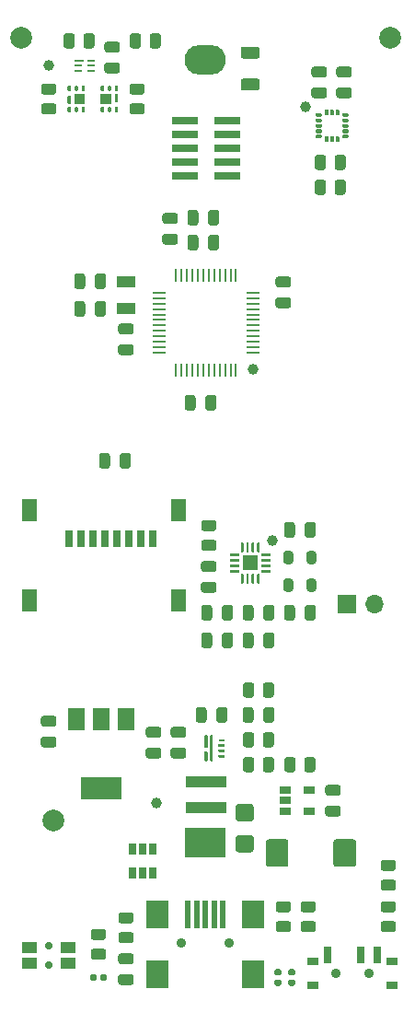
<source format=gts>
G04 #@! TF.GenerationSoftware,KiCad,Pcbnew,5.1.12-84ad8e8a86~92~ubuntu18.04.1*
G04 #@! TF.CreationDate,2023-10-05T13:55:54+02:00*
G04 #@! TF.ProjectId,acoustic-impact-ball,61636f75-7374-4696-932d-696d70616374,rev?*
G04 #@! TF.SameCoordinates,Original*
G04 #@! TF.FileFunction,Soldermask,Top*
G04 #@! TF.FilePolarity,Negative*
%FSLAX46Y46*%
G04 Gerber Fmt 4.6, Leading zero omitted, Abs format (unit mm)*
G04 Created by KiCad (PCBNEW 5.1.12-84ad8e8a86~92~ubuntu18.04.1) date 2023-10-05 13:55:54*
%MOMM*%
%LPD*%
G01*
G04 APERTURE LIST*
%ADD10C,0.700000*%
%ADD11R,1.400000X1.050000*%
%ADD12C,1.000000*%
%ADD13C,2.000000*%
%ADD14R,3.800000X2.700000*%
%ADD15O,3.800000X2.700000*%
%ADD16R,0.650000X1.060000*%
%ADD17R,0.800000X1.500000*%
%ADD18R,1.450000X2.000000*%
%ADD19R,2.400000X0.740000*%
%ADD20R,1.700000X1.700000*%
%ADD21O,1.700000X1.700000*%
%ADD22C,0.900000*%
%ADD23R,0.700000X1.500000*%
%ADD24R,1.000000X0.800000*%
%ADD25R,1.300000X0.250000*%
%ADD26R,0.250000X1.300000*%
%ADD27R,1.450000X1.450000*%
%ADD28R,1.060000X0.650000*%
%ADD29R,3.800000X2.000000*%
%ADD30R,1.500000X2.000000*%
%ADD31R,1.800000X1.000000*%
%ADD32R,0.600000X0.250000*%
%ADD33R,3.700000X0.980000*%
%ADD34R,2.000000X2.500000*%
%ADD35R,0.500000X2.500000*%
%ADD36R,0.850000X0.280000*%
%ADD37R,0.750000X0.280000*%
G04 APERTURE END LIST*
D10*
X4572000Y-87260000D03*
X4572000Y-85460000D03*
D11*
X2772000Y-87085000D03*
X6372000Y-87085000D03*
X6372000Y-85635000D03*
X2772000Y-85635000D03*
D12*
X4572000Y-4572000D03*
X28194000Y-8382000D03*
X23368000Y-32512000D03*
X25146000Y-48260000D03*
X14478000Y-72390000D03*
D13*
X5000000Y-74000000D03*
X36000000Y-2000000D03*
X2000000Y-2000000D03*
D14*
X19000000Y-76000000D03*
D15*
X19000000Y-4000000D03*
G36*
G01*
X17346000Y-19017000D02*
X17346000Y-18067000D01*
G75*
G02*
X17596000Y-17817000I250000J0D01*
G01*
X18096000Y-17817000D01*
G75*
G02*
X18346000Y-18067000I0J-250000D01*
G01*
X18346000Y-19017000D01*
G75*
G02*
X18096000Y-19267000I-250000J0D01*
G01*
X17596000Y-19267000D01*
G75*
G02*
X17346000Y-19017000I0J250000D01*
G01*
G37*
G36*
G01*
X19246000Y-19017000D02*
X19246000Y-18067000D01*
G75*
G02*
X19496000Y-17817000I250000J0D01*
G01*
X19996000Y-17817000D01*
G75*
G02*
X20246000Y-18067000I0J-250000D01*
G01*
X20246000Y-19017000D01*
G75*
G02*
X19996000Y-19267000I-250000J0D01*
G01*
X19496000Y-19267000D01*
G75*
G02*
X19246000Y-19017000I0J250000D01*
G01*
G37*
G36*
G01*
X18992000Y-36035000D02*
X18992000Y-35085000D01*
G75*
G02*
X19242000Y-34835000I250000J0D01*
G01*
X19742000Y-34835000D01*
G75*
G02*
X19992000Y-35085000I0J-250000D01*
G01*
X19992000Y-36035000D01*
G75*
G02*
X19742000Y-36285000I-250000J0D01*
G01*
X19242000Y-36285000D01*
G75*
G02*
X18992000Y-36035000I0J250000D01*
G01*
G37*
G36*
G01*
X17092000Y-36035000D02*
X17092000Y-35085000D01*
G75*
G02*
X17342000Y-34835000I250000J0D01*
G01*
X17842000Y-34835000D01*
G75*
G02*
X18092000Y-35085000I0J-250000D01*
G01*
X18092000Y-36035000D01*
G75*
G02*
X17842000Y-36285000I-250000J0D01*
G01*
X17342000Y-36285000D01*
G75*
G02*
X17092000Y-36035000I0J250000D01*
G01*
G37*
G36*
G01*
X12159000Y-31168000D02*
X11209000Y-31168000D01*
G75*
G02*
X10959000Y-30918000I0J250000D01*
G01*
X10959000Y-30418000D01*
G75*
G02*
X11209000Y-30168000I250000J0D01*
G01*
X12159000Y-30168000D01*
G75*
G02*
X12409000Y-30418000I0J-250000D01*
G01*
X12409000Y-30918000D01*
G75*
G02*
X12159000Y-31168000I-250000J0D01*
G01*
G37*
G36*
G01*
X12159000Y-29268000D02*
X11209000Y-29268000D01*
G75*
G02*
X10959000Y-29018000I0J250000D01*
G01*
X10959000Y-28518000D01*
G75*
G02*
X11209000Y-28268000I250000J0D01*
G01*
X12159000Y-28268000D01*
G75*
G02*
X12409000Y-28518000I0J-250000D01*
G01*
X12409000Y-29018000D01*
G75*
G02*
X12159000Y-29268000I-250000J0D01*
G01*
G37*
G36*
G01*
X25687000Y-25850000D02*
X26637000Y-25850000D01*
G75*
G02*
X26887000Y-26100000I0J-250000D01*
G01*
X26887000Y-26600000D01*
G75*
G02*
X26637000Y-26850000I-250000J0D01*
G01*
X25687000Y-26850000D01*
G75*
G02*
X25437000Y-26600000I0J250000D01*
G01*
X25437000Y-26100000D01*
G75*
G02*
X25687000Y-25850000I250000J0D01*
G01*
G37*
G36*
G01*
X25687000Y-23950000D02*
X26637000Y-23950000D01*
G75*
G02*
X26887000Y-24200000I0J-250000D01*
G01*
X26887000Y-24700000D01*
G75*
G02*
X26637000Y-24950000I-250000J0D01*
G01*
X25687000Y-24950000D01*
G75*
G02*
X25437000Y-24700000I0J250000D01*
G01*
X25437000Y-24200000D01*
G75*
G02*
X25687000Y-23950000I250000J0D01*
G01*
G37*
G36*
G01*
X17346000Y-21303000D02*
X17346000Y-20353000D01*
G75*
G02*
X17596000Y-20103000I250000J0D01*
G01*
X18096000Y-20103000D01*
G75*
G02*
X18346000Y-20353000I0J-250000D01*
G01*
X18346000Y-21303000D01*
G75*
G02*
X18096000Y-21553000I-250000J0D01*
G01*
X17596000Y-21553000D01*
G75*
G02*
X17346000Y-21303000I0J250000D01*
G01*
G37*
G36*
G01*
X19246000Y-21303000D02*
X19246000Y-20353000D01*
G75*
G02*
X19496000Y-20103000I250000J0D01*
G01*
X19996000Y-20103000D01*
G75*
G02*
X20246000Y-20353000I0J-250000D01*
G01*
X20246000Y-21303000D01*
G75*
G02*
X19996000Y-21553000I-250000J0D01*
G01*
X19496000Y-21553000D01*
G75*
G02*
X19246000Y-21303000I0J250000D01*
G01*
G37*
G36*
G01*
X16223000Y-19108000D02*
X15273000Y-19108000D01*
G75*
G02*
X15023000Y-18858000I0J250000D01*
G01*
X15023000Y-18358000D01*
G75*
G02*
X15273000Y-18108000I250000J0D01*
G01*
X16223000Y-18108000D01*
G75*
G02*
X16473000Y-18358000I0J-250000D01*
G01*
X16473000Y-18858000D01*
G75*
G02*
X16223000Y-19108000I-250000J0D01*
G01*
G37*
G36*
G01*
X16223000Y-21008000D02*
X15273000Y-21008000D01*
G75*
G02*
X15023000Y-20758000I0J250000D01*
G01*
X15023000Y-20258000D01*
G75*
G02*
X15273000Y-20008000I250000J0D01*
G01*
X16223000Y-20008000D01*
G75*
G02*
X16473000Y-20258000I0J-250000D01*
G01*
X16473000Y-20758000D01*
G75*
G02*
X16223000Y-21008000I-250000J0D01*
G01*
G37*
G36*
G01*
X29939000Y-7546000D02*
X28989000Y-7546000D01*
G75*
G02*
X28739000Y-7296000I0J250000D01*
G01*
X28739000Y-6796000D01*
G75*
G02*
X28989000Y-6546000I250000J0D01*
G01*
X29939000Y-6546000D01*
G75*
G02*
X30189000Y-6796000I0J-250000D01*
G01*
X30189000Y-7296000D01*
G75*
G02*
X29939000Y-7546000I-250000J0D01*
G01*
G37*
G36*
G01*
X29939000Y-5646000D02*
X28989000Y-5646000D01*
G75*
G02*
X28739000Y-5396000I0J250000D01*
G01*
X28739000Y-4896000D01*
G75*
G02*
X28989000Y-4646000I250000J0D01*
G01*
X29939000Y-4646000D01*
G75*
G02*
X30189000Y-4896000I0J-250000D01*
G01*
X30189000Y-5396000D01*
G75*
G02*
X29939000Y-5646000I-250000J0D01*
G01*
G37*
G36*
G01*
X32225000Y-5646000D02*
X31275000Y-5646000D01*
G75*
G02*
X31025000Y-5396000I0J250000D01*
G01*
X31025000Y-4896000D01*
G75*
G02*
X31275000Y-4646000I250000J0D01*
G01*
X32225000Y-4646000D01*
G75*
G02*
X32475000Y-4896000I0J-250000D01*
G01*
X32475000Y-5396000D01*
G75*
G02*
X32225000Y-5646000I-250000J0D01*
G01*
G37*
G36*
G01*
X32225000Y-7546000D02*
X31275000Y-7546000D01*
G75*
G02*
X31025000Y-7296000I0J250000D01*
G01*
X31025000Y-6796000D01*
G75*
G02*
X31275000Y-6546000I250000J0D01*
G01*
X32225000Y-6546000D01*
G75*
G02*
X32475000Y-6796000I0J-250000D01*
G01*
X32475000Y-7296000D01*
G75*
G02*
X32225000Y-7546000I-250000J0D01*
G01*
G37*
G36*
G01*
X8832000Y-24859000D02*
X8832000Y-23909000D01*
G75*
G02*
X9082000Y-23659000I250000J0D01*
G01*
X9582000Y-23659000D01*
G75*
G02*
X9832000Y-23909000I0J-250000D01*
G01*
X9832000Y-24859000D01*
G75*
G02*
X9582000Y-25109000I-250000J0D01*
G01*
X9082000Y-25109000D01*
G75*
G02*
X8832000Y-24859000I0J250000D01*
G01*
G37*
G36*
G01*
X6932000Y-24859000D02*
X6932000Y-23909000D01*
G75*
G02*
X7182000Y-23659000I250000J0D01*
G01*
X7682000Y-23659000D01*
G75*
G02*
X7932000Y-23909000I0J-250000D01*
G01*
X7932000Y-24859000D01*
G75*
G02*
X7682000Y-25109000I-250000J0D01*
G01*
X7182000Y-25109000D01*
G75*
G02*
X6932000Y-24859000I0J250000D01*
G01*
G37*
G36*
G01*
X6932000Y-27399000D02*
X6932000Y-26449000D01*
G75*
G02*
X7182000Y-26199000I250000J0D01*
G01*
X7682000Y-26199000D01*
G75*
G02*
X7932000Y-26449000I0J-250000D01*
G01*
X7932000Y-27399000D01*
G75*
G02*
X7682000Y-27649000I-250000J0D01*
G01*
X7182000Y-27649000D01*
G75*
G02*
X6932000Y-27399000I0J250000D01*
G01*
G37*
G36*
G01*
X8832000Y-27399000D02*
X8832000Y-26449000D01*
G75*
G02*
X9082000Y-26199000I250000J0D01*
G01*
X9582000Y-26199000D01*
G75*
G02*
X9832000Y-26449000I0J-250000D01*
G01*
X9832000Y-27399000D01*
G75*
G02*
X9582000Y-27649000I-250000J0D01*
G01*
X9082000Y-27649000D01*
G75*
G02*
X8832000Y-27399000I0J250000D01*
G01*
G37*
G36*
G01*
X9218000Y-41369000D02*
X9218000Y-40419000D01*
G75*
G02*
X9468000Y-40169000I250000J0D01*
G01*
X9968000Y-40169000D01*
G75*
G02*
X10218000Y-40419000I0J-250000D01*
G01*
X10218000Y-41369000D01*
G75*
G02*
X9968000Y-41619000I-250000J0D01*
G01*
X9468000Y-41619000D01*
G75*
G02*
X9218000Y-41369000I0J250000D01*
G01*
G37*
G36*
G01*
X11118000Y-41369000D02*
X11118000Y-40419000D01*
G75*
G02*
X11368000Y-40169000I250000J0D01*
G01*
X11868000Y-40169000D01*
G75*
G02*
X12118000Y-40419000I0J-250000D01*
G01*
X12118000Y-41369000D01*
G75*
G02*
X11868000Y-41619000I-250000J0D01*
G01*
X11368000Y-41619000D01*
G75*
G02*
X11118000Y-41369000I0J250000D01*
G01*
G37*
G36*
G01*
X19779000Y-51112000D02*
X18829000Y-51112000D01*
G75*
G02*
X18579000Y-50862000I0J250000D01*
G01*
X18579000Y-50362000D01*
G75*
G02*
X18829000Y-50112000I250000J0D01*
G01*
X19779000Y-50112000D01*
G75*
G02*
X20029000Y-50362000I0J-250000D01*
G01*
X20029000Y-50862000D01*
G75*
G02*
X19779000Y-51112000I-250000J0D01*
G01*
G37*
G36*
G01*
X19779000Y-53012000D02*
X18829000Y-53012000D01*
G75*
G02*
X18579000Y-52762000I0J250000D01*
G01*
X18579000Y-52262000D01*
G75*
G02*
X18829000Y-52012000I250000J0D01*
G01*
X19779000Y-52012000D01*
G75*
G02*
X20029000Y-52262000I0J-250000D01*
G01*
X20029000Y-52762000D01*
G75*
G02*
X19779000Y-53012000I-250000J0D01*
G01*
G37*
G36*
G01*
X24326000Y-55339000D02*
X24326000Y-54389000D01*
G75*
G02*
X24576000Y-54139000I250000J0D01*
G01*
X25076000Y-54139000D01*
G75*
G02*
X25326000Y-54389000I0J-250000D01*
G01*
X25326000Y-55339000D01*
G75*
G02*
X25076000Y-55589000I-250000J0D01*
G01*
X24576000Y-55589000D01*
G75*
G02*
X24326000Y-55339000I0J250000D01*
G01*
G37*
G36*
G01*
X22426000Y-55339000D02*
X22426000Y-54389000D01*
G75*
G02*
X22676000Y-54139000I250000J0D01*
G01*
X23176000Y-54139000D01*
G75*
G02*
X23426000Y-54389000I0J-250000D01*
G01*
X23426000Y-55339000D01*
G75*
G02*
X23176000Y-55589000I-250000J0D01*
G01*
X22676000Y-55589000D01*
G75*
G02*
X22426000Y-55339000I0J250000D01*
G01*
G37*
G36*
G01*
X21516000Y-54389000D02*
X21516000Y-55339000D01*
G75*
G02*
X21266000Y-55589000I-250000J0D01*
G01*
X20766000Y-55589000D01*
G75*
G02*
X20516000Y-55339000I0J250000D01*
G01*
X20516000Y-54389000D01*
G75*
G02*
X20766000Y-54139000I250000J0D01*
G01*
X21266000Y-54139000D01*
G75*
G02*
X21516000Y-54389000I0J-250000D01*
G01*
G37*
G36*
G01*
X19616000Y-54389000D02*
X19616000Y-55339000D01*
G75*
G02*
X19366000Y-55589000I-250000J0D01*
G01*
X18866000Y-55589000D01*
G75*
G02*
X18616000Y-55339000I0J250000D01*
G01*
X18616000Y-54389000D01*
G75*
G02*
X18866000Y-54139000I250000J0D01*
G01*
X19366000Y-54139000D01*
G75*
G02*
X19616000Y-54389000I0J-250000D01*
G01*
G37*
G36*
G01*
X27236000Y-54389000D02*
X27236000Y-55339000D01*
G75*
G02*
X26986000Y-55589000I-250000J0D01*
G01*
X26486000Y-55589000D01*
G75*
G02*
X26236000Y-55339000I0J250000D01*
G01*
X26236000Y-54389000D01*
G75*
G02*
X26486000Y-54139000I250000J0D01*
G01*
X26986000Y-54139000D01*
G75*
G02*
X27236000Y-54389000I0J-250000D01*
G01*
G37*
G36*
G01*
X29136000Y-54389000D02*
X29136000Y-55339000D01*
G75*
G02*
X28886000Y-55589000I-250000J0D01*
G01*
X28386000Y-55589000D01*
G75*
G02*
X28136000Y-55339000I0J250000D01*
G01*
X28136000Y-54389000D01*
G75*
G02*
X28386000Y-54139000I250000J0D01*
G01*
X28886000Y-54139000D01*
G75*
G02*
X29136000Y-54389000I0J-250000D01*
G01*
G37*
G36*
G01*
X29136000Y-46769000D02*
X29136000Y-47719000D01*
G75*
G02*
X28886000Y-47969000I-250000J0D01*
G01*
X28386000Y-47969000D01*
G75*
G02*
X28136000Y-47719000I0J250000D01*
G01*
X28136000Y-46769000D01*
G75*
G02*
X28386000Y-46519000I250000J0D01*
G01*
X28886000Y-46519000D01*
G75*
G02*
X29136000Y-46769000I0J-250000D01*
G01*
G37*
G36*
G01*
X27236000Y-46769000D02*
X27236000Y-47719000D01*
G75*
G02*
X26986000Y-47969000I-250000J0D01*
G01*
X26486000Y-47969000D01*
G75*
G02*
X26236000Y-47719000I0J250000D01*
G01*
X26236000Y-46769000D01*
G75*
G02*
X26486000Y-46519000I250000J0D01*
G01*
X26986000Y-46519000D01*
G75*
G02*
X27236000Y-46769000I0J-250000D01*
G01*
G37*
G36*
G01*
X31209000Y-71686000D02*
X30259000Y-71686000D01*
G75*
G02*
X30009000Y-71436000I0J250000D01*
G01*
X30009000Y-70936000D01*
G75*
G02*
X30259000Y-70686000I250000J0D01*
G01*
X31209000Y-70686000D01*
G75*
G02*
X31459000Y-70936000I0J-250000D01*
G01*
X31459000Y-71436000D01*
G75*
G02*
X31209000Y-71686000I-250000J0D01*
G01*
G37*
G36*
G01*
X31209000Y-73586000D02*
X30259000Y-73586000D01*
G75*
G02*
X30009000Y-73336000I0J250000D01*
G01*
X30009000Y-72836000D01*
G75*
G02*
X30259000Y-72586000I250000J0D01*
G01*
X31209000Y-72586000D01*
G75*
G02*
X31459000Y-72836000I0J-250000D01*
G01*
X31459000Y-73336000D01*
G75*
G02*
X31209000Y-73586000I-250000J0D01*
G01*
G37*
G36*
G01*
X19108000Y-63787000D02*
X19108000Y-64737000D01*
G75*
G02*
X18858000Y-64987000I-250000J0D01*
G01*
X18358000Y-64987000D01*
G75*
G02*
X18108000Y-64737000I0J250000D01*
G01*
X18108000Y-63787000D01*
G75*
G02*
X18358000Y-63537000I250000J0D01*
G01*
X18858000Y-63537000D01*
G75*
G02*
X19108000Y-63787000I0J-250000D01*
G01*
G37*
G36*
G01*
X21008000Y-63787000D02*
X21008000Y-64737000D01*
G75*
G02*
X20758000Y-64987000I-250000J0D01*
G01*
X20258000Y-64987000D01*
G75*
G02*
X20008000Y-64737000I0J250000D01*
G01*
X20008000Y-63787000D01*
G75*
G02*
X20258000Y-63537000I250000J0D01*
G01*
X20758000Y-63537000D01*
G75*
G02*
X21008000Y-63787000I0J-250000D01*
G01*
G37*
G36*
G01*
X4097000Y-64336000D02*
X5047000Y-64336000D01*
G75*
G02*
X5297000Y-64586000I0J-250000D01*
G01*
X5297000Y-65086000D01*
G75*
G02*
X5047000Y-65336000I-250000J0D01*
G01*
X4097000Y-65336000D01*
G75*
G02*
X3847000Y-65086000I0J250000D01*
G01*
X3847000Y-64586000D01*
G75*
G02*
X4097000Y-64336000I250000J0D01*
G01*
G37*
G36*
G01*
X4097000Y-66236000D02*
X5047000Y-66236000D01*
G75*
G02*
X5297000Y-66486000I0J-250000D01*
G01*
X5297000Y-66986000D01*
G75*
G02*
X5047000Y-67236000I-250000J0D01*
G01*
X4097000Y-67236000D01*
G75*
G02*
X3847000Y-66986000I0J250000D01*
G01*
X3847000Y-66486000D01*
G75*
G02*
X4097000Y-66236000I250000J0D01*
G01*
G37*
G36*
G01*
X12159000Y-89080000D02*
X11209000Y-89080000D01*
G75*
G02*
X10959000Y-88830000I0J250000D01*
G01*
X10959000Y-88330000D01*
G75*
G02*
X11209000Y-88080000I250000J0D01*
G01*
X12159000Y-88080000D01*
G75*
G02*
X12409000Y-88330000I0J-250000D01*
G01*
X12409000Y-88830000D01*
G75*
G02*
X12159000Y-89080000I-250000J0D01*
G01*
G37*
G36*
G01*
X12159000Y-87180000D02*
X11209000Y-87180000D01*
G75*
G02*
X10959000Y-86930000I0J250000D01*
G01*
X10959000Y-86430000D01*
G75*
G02*
X11209000Y-86180000I250000J0D01*
G01*
X12159000Y-86180000D01*
G75*
G02*
X12409000Y-86430000I0J-250000D01*
G01*
X12409000Y-86930000D01*
G75*
G02*
X12159000Y-87180000I-250000J0D01*
G01*
G37*
G36*
G01*
X9939000Y-2360000D02*
X10889000Y-2360000D01*
G75*
G02*
X11139000Y-2610000I0J-250000D01*
G01*
X11139000Y-3110000D01*
G75*
G02*
X10889000Y-3360000I-250000J0D01*
G01*
X9939000Y-3360000D01*
G75*
G02*
X9689000Y-3110000I0J250000D01*
G01*
X9689000Y-2610000D01*
G75*
G02*
X9939000Y-2360000I250000J0D01*
G01*
G37*
G36*
G01*
X9939000Y-4260000D02*
X10889000Y-4260000D01*
G75*
G02*
X11139000Y-4510000I0J-250000D01*
G01*
X11139000Y-5010000D01*
G75*
G02*
X10889000Y-5260000I-250000J0D01*
G01*
X9939000Y-5260000D01*
G75*
G02*
X9689000Y-5010000I0J250000D01*
G01*
X9689000Y-4510000D01*
G75*
G02*
X9939000Y-4260000I250000J0D01*
G01*
G37*
D16*
X12258000Y-78824000D03*
X13208000Y-78824000D03*
X14158000Y-78824000D03*
X14158000Y-76624000D03*
X12258000Y-76624000D03*
X13208000Y-76624000D03*
G36*
G01*
X22031000Y-72451000D02*
X23181000Y-72451000D01*
G75*
G02*
X23431000Y-72701000I0J-250000D01*
G01*
X23431000Y-73801000D01*
G75*
G02*
X23181000Y-74051000I-250000J0D01*
G01*
X22031000Y-74051000D01*
G75*
G02*
X21781000Y-73801000I0J250000D01*
G01*
X21781000Y-72701000D01*
G75*
G02*
X22031000Y-72451000I250000J0D01*
G01*
G37*
G36*
G01*
X22031000Y-75301000D02*
X23181000Y-75301000D01*
G75*
G02*
X23431000Y-75551000I0J-250000D01*
G01*
X23431000Y-76651000D01*
G75*
G02*
X23181000Y-76901000I-250000J0D01*
G01*
X22031000Y-76901000D01*
G75*
G02*
X21781000Y-76651000I0J250000D01*
G01*
X21781000Y-75551000D01*
G75*
G02*
X22031000Y-75301000I250000J0D01*
G01*
G37*
D17*
X6452000Y-48018000D03*
X7552000Y-48018000D03*
X8652000Y-48018000D03*
X9752000Y-48018000D03*
X10852000Y-48018000D03*
X11952000Y-48018000D03*
X13052000Y-48018000D03*
X14152000Y-48018000D03*
D18*
X2777000Y-45418000D03*
X2777000Y-53718000D03*
X16527000Y-45418000D03*
X16527000Y-53718000D03*
D19*
X21000000Y-14732000D03*
X17100000Y-14732000D03*
X21000000Y-13462000D03*
X17100000Y-13462000D03*
X21000000Y-12192000D03*
X17100000Y-12192000D03*
X21000000Y-10922000D03*
X17100000Y-10922000D03*
X21000000Y-9652000D03*
X17100000Y-9652000D03*
G36*
G01*
X26186000Y-52705250D02*
X26186000Y-51942750D01*
G75*
G02*
X26404750Y-51724000I218750J0D01*
G01*
X26842250Y-51724000D01*
G75*
G02*
X27061000Y-51942750I0J-218750D01*
G01*
X27061000Y-52705250D01*
G75*
G02*
X26842250Y-52924000I-218750J0D01*
G01*
X26404750Y-52924000D01*
G75*
G02*
X26186000Y-52705250I0J218750D01*
G01*
G37*
G36*
G01*
X28311000Y-52705250D02*
X28311000Y-51942750D01*
G75*
G02*
X28529750Y-51724000I218750J0D01*
G01*
X28967250Y-51724000D01*
G75*
G02*
X29186000Y-51942750I0J-218750D01*
G01*
X29186000Y-52705250D01*
G75*
G02*
X28967250Y-52924000I-218750J0D01*
G01*
X28529750Y-52924000D01*
G75*
G02*
X28311000Y-52705250I0J218750D01*
G01*
G37*
G36*
G01*
X28311000Y-50165250D02*
X28311000Y-49402750D01*
G75*
G02*
X28529750Y-49184000I218750J0D01*
G01*
X28967250Y-49184000D01*
G75*
G02*
X29186000Y-49402750I0J-218750D01*
G01*
X29186000Y-50165250D01*
G75*
G02*
X28967250Y-50384000I-218750J0D01*
G01*
X28529750Y-50384000D01*
G75*
G02*
X28311000Y-50165250I0J218750D01*
G01*
G37*
G36*
G01*
X26186000Y-50165250D02*
X26186000Y-49402750D01*
G75*
G02*
X26404750Y-49184000I218750J0D01*
G01*
X26842250Y-49184000D01*
G75*
G02*
X27061000Y-49402750I0J-218750D01*
G01*
X27061000Y-50165250D01*
G75*
G02*
X26842250Y-50384000I-218750J0D01*
G01*
X26404750Y-50384000D01*
G75*
G02*
X26186000Y-50165250I0J218750D01*
G01*
G37*
D20*
X32004000Y-54102000D03*
D21*
X34544000Y-54102000D03*
G36*
G01*
X31905000Y-13011998D02*
X31905000Y-13912002D01*
G75*
G02*
X31655002Y-14162000I-249998J0D01*
G01*
X31129998Y-14162000D01*
G75*
G02*
X30880000Y-13912002I0J249998D01*
G01*
X30880000Y-13011998D01*
G75*
G02*
X31129998Y-12762000I249998J0D01*
G01*
X31655002Y-12762000D01*
G75*
G02*
X31905000Y-13011998I0J-249998D01*
G01*
G37*
G36*
G01*
X30080000Y-13011998D02*
X30080000Y-13912002D01*
G75*
G02*
X29830002Y-14162000I-249998J0D01*
G01*
X29304998Y-14162000D01*
G75*
G02*
X29055000Y-13912002I0J249998D01*
G01*
X29055000Y-13011998D01*
G75*
G02*
X29304998Y-12762000I249998J0D01*
G01*
X29830002Y-12762000D01*
G75*
G02*
X30080000Y-13011998I0J-249998D01*
G01*
G37*
G36*
G01*
X30080000Y-15297998D02*
X30080000Y-16198002D01*
G75*
G02*
X29830002Y-16448000I-249998J0D01*
G01*
X29304998Y-16448000D01*
G75*
G02*
X29055000Y-16198002I0J249998D01*
G01*
X29055000Y-15297998D01*
G75*
G02*
X29304998Y-15048000I249998J0D01*
G01*
X29830002Y-15048000D01*
G75*
G02*
X30080000Y-15297998I0J-249998D01*
G01*
G37*
G36*
G01*
X31905000Y-15297998D02*
X31905000Y-16198002D01*
G75*
G02*
X31655002Y-16448000I-249998J0D01*
G01*
X31129998Y-16448000D01*
G75*
G02*
X30880000Y-16198002I0J249998D01*
G01*
X30880000Y-15297998D01*
G75*
G02*
X31129998Y-15048000I249998J0D01*
G01*
X31655002Y-15048000D01*
G75*
G02*
X31905000Y-15297998I0J-249998D01*
G01*
G37*
G36*
G01*
X19754002Y-47352000D02*
X18853998Y-47352000D01*
G75*
G02*
X18604000Y-47102002I0J249998D01*
G01*
X18604000Y-46576998D01*
G75*
G02*
X18853998Y-46327000I249998J0D01*
G01*
X19754002Y-46327000D01*
G75*
G02*
X20004000Y-46576998I0J-249998D01*
G01*
X20004000Y-47102002D01*
G75*
G02*
X19754002Y-47352000I-249998J0D01*
G01*
G37*
G36*
G01*
X19754002Y-49177000D02*
X18853998Y-49177000D01*
G75*
G02*
X18604000Y-48927002I0J249998D01*
G01*
X18604000Y-48401998D01*
G75*
G02*
X18853998Y-48152000I249998J0D01*
G01*
X19754002Y-48152000D01*
G75*
G02*
X20004000Y-48401998I0J-249998D01*
G01*
X20004000Y-48927002D01*
G75*
G02*
X19754002Y-49177000I-249998J0D01*
G01*
G37*
G36*
G01*
X25711998Y-81379000D02*
X26612002Y-81379000D01*
G75*
G02*
X26862000Y-81628998I0J-249998D01*
G01*
X26862000Y-82154002D01*
G75*
G02*
X26612002Y-82404000I-249998J0D01*
G01*
X25711998Y-82404000D01*
G75*
G02*
X25462000Y-82154002I0J249998D01*
G01*
X25462000Y-81628998D01*
G75*
G02*
X25711998Y-81379000I249998J0D01*
G01*
G37*
G36*
G01*
X25711998Y-83204000D02*
X26612002Y-83204000D01*
G75*
G02*
X26862000Y-83453998I0J-249998D01*
G01*
X26862000Y-83979002D01*
G75*
G02*
X26612002Y-84229000I-249998J0D01*
G01*
X25711998Y-84229000D01*
G75*
G02*
X25462000Y-83979002I0J249998D01*
G01*
X25462000Y-83453998D01*
G75*
G02*
X25711998Y-83204000I249998J0D01*
G01*
G37*
G36*
G01*
X8693998Y-83919000D02*
X9594002Y-83919000D01*
G75*
G02*
X9844000Y-84168998I0J-249998D01*
G01*
X9844000Y-84694002D01*
G75*
G02*
X9594002Y-84944000I-249998J0D01*
G01*
X8693998Y-84944000D01*
G75*
G02*
X8444000Y-84694002I0J249998D01*
G01*
X8444000Y-84168998D01*
G75*
G02*
X8693998Y-83919000I249998J0D01*
G01*
G37*
G36*
G01*
X8693998Y-85744000D02*
X9594002Y-85744000D01*
G75*
G02*
X9844000Y-85993998I0J-249998D01*
G01*
X9844000Y-86519002D01*
G75*
G02*
X9594002Y-86769000I-249998J0D01*
G01*
X8693998Y-86769000D01*
G75*
G02*
X8444000Y-86519002I0J249998D01*
G01*
X8444000Y-85993998D01*
G75*
G02*
X8693998Y-85744000I249998J0D01*
G01*
G37*
G36*
G01*
X23476000Y-66097998D02*
X23476000Y-66998002D01*
G75*
G02*
X23226002Y-67248000I-249998J0D01*
G01*
X22700998Y-67248000D01*
G75*
G02*
X22451000Y-66998002I0J249998D01*
G01*
X22451000Y-66097998D01*
G75*
G02*
X22700998Y-65848000I249998J0D01*
G01*
X23226002Y-65848000D01*
G75*
G02*
X23476000Y-66097998I0J-249998D01*
G01*
G37*
G36*
G01*
X25301000Y-66097998D02*
X25301000Y-66998002D01*
G75*
G02*
X25051002Y-67248000I-249998J0D01*
G01*
X24525998Y-67248000D01*
G75*
G02*
X24276000Y-66998002I0J249998D01*
G01*
X24276000Y-66097998D01*
G75*
G02*
X24525998Y-65848000I249998J0D01*
G01*
X25051002Y-65848000D01*
G75*
G02*
X25301000Y-66097998I0J-249998D01*
G01*
G37*
G36*
G01*
X29111000Y-68383998D02*
X29111000Y-69284002D01*
G75*
G02*
X28861002Y-69534000I-249998J0D01*
G01*
X28335998Y-69534000D01*
G75*
G02*
X28086000Y-69284002I0J249998D01*
G01*
X28086000Y-68383998D01*
G75*
G02*
X28335998Y-68134000I249998J0D01*
G01*
X28861002Y-68134000D01*
G75*
G02*
X29111000Y-68383998I0J-249998D01*
G01*
G37*
G36*
G01*
X27286000Y-68384100D02*
X27286000Y-69283900D01*
G75*
G02*
X27035900Y-69534000I-250100J0D01*
G01*
X26511100Y-69534000D01*
G75*
G02*
X26261000Y-69283900I0J250100D01*
G01*
X26261000Y-68384100D01*
G75*
G02*
X26511100Y-68134000I250100J0D01*
G01*
X27035900Y-68134000D01*
G75*
G02*
X27286000Y-68384100I0J-250100D01*
G01*
G37*
G36*
G01*
X24276000Y-62426002D02*
X24276000Y-61525998D01*
G75*
G02*
X24525998Y-61276000I249998J0D01*
G01*
X25051002Y-61276000D01*
G75*
G02*
X25301000Y-61525998I0J-249998D01*
G01*
X25301000Y-62426002D01*
G75*
G02*
X25051002Y-62676000I-249998J0D01*
G01*
X24525998Y-62676000D01*
G75*
G02*
X24276000Y-62426002I0J249998D01*
G01*
G37*
G36*
G01*
X22451000Y-62426002D02*
X22451000Y-61525998D01*
G75*
G02*
X22700998Y-61276000I249998J0D01*
G01*
X23226002Y-61276000D01*
G75*
G02*
X23476000Y-61525998I0J-249998D01*
G01*
X23476000Y-62426002D01*
G75*
G02*
X23226002Y-62676000I-249998J0D01*
G01*
X22700998Y-62676000D01*
G75*
G02*
X22451000Y-62426002I0J249998D01*
G01*
G37*
G36*
G01*
X22451000Y-69284002D02*
X22451000Y-68383998D01*
G75*
G02*
X22700998Y-68134000I249998J0D01*
G01*
X23226002Y-68134000D01*
G75*
G02*
X23476000Y-68383998I0J-249998D01*
G01*
X23476000Y-69284002D01*
G75*
G02*
X23226002Y-69534000I-249998J0D01*
G01*
X22700998Y-69534000D01*
G75*
G02*
X22451000Y-69284002I0J249998D01*
G01*
G37*
G36*
G01*
X24276000Y-69283900D02*
X24276000Y-68384100D01*
G75*
G02*
X24526100Y-68134000I250100J0D01*
G01*
X25050900Y-68134000D01*
G75*
G02*
X25301000Y-68384100I0J-250100D01*
G01*
X25301000Y-69283900D01*
G75*
G02*
X25050900Y-69534000I-250100J0D01*
G01*
X24526100Y-69534000D01*
G75*
G02*
X24276000Y-69283900I0J250100D01*
G01*
G37*
G36*
G01*
X36264002Y-84229000D02*
X35363998Y-84229000D01*
G75*
G02*
X35114000Y-83979002I0J249998D01*
G01*
X35114000Y-83453998D01*
G75*
G02*
X35363998Y-83204000I249998J0D01*
G01*
X36264002Y-83204000D01*
G75*
G02*
X36514000Y-83453998I0J-249998D01*
G01*
X36514000Y-83979002D01*
G75*
G02*
X36264002Y-84229000I-249998J0D01*
G01*
G37*
G36*
G01*
X36264002Y-82404000D02*
X35363998Y-82404000D01*
G75*
G02*
X35114000Y-82154002I0J249998D01*
G01*
X35114000Y-81628998D01*
G75*
G02*
X35363998Y-81379000I249998J0D01*
G01*
X36264002Y-81379000D01*
G75*
G02*
X36514000Y-81628998I0J-249998D01*
G01*
X36514000Y-82154002D01*
G75*
G02*
X36264002Y-82404000I-249998J0D01*
G01*
G37*
G36*
G01*
X11233998Y-84220000D02*
X12134002Y-84220000D01*
G75*
G02*
X12384000Y-84469998I0J-249998D01*
G01*
X12384000Y-84995002D01*
G75*
G02*
X12134002Y-85245000I-249998J0D01*
G01*
X11233998Y-85245000D01*
G75*
G02*
X10984000Y-84995002I0J249998D01*
G01*
X10984000Y-84469998D01*
G75*
G02*
X11233998Y-84220000I249998J0D01*
G01*
G37*
G36*
G01*
X11233998Y-82395000D02*
X12134002Y-82395000D01*
G75*
G02*
X12384000Y-82644998I0J-249998D01*
G01*
X12384000Y-83170002D01*
G75*
G02*
X12134002Y-83420000I-249998J0D01*
G01*
X11233998Y-83420000D01*
G75*
G02*
X10984000Y-83170002I0J249998D01*
G01*
X10984000Y-82644998D01*
G75*
G02*
X11233998Y-82395000I249998J0D01*
G01*
G37*
G36*
G01*
X36264002Y-78594000D02*
X35363998Y-78594000D01*
G75*
G02*
X35114000Y-78344002I0J249998D01*
G01*
X35114000Y-77818998D01*
G75*
G02*
X35363998Y-77569000I249998J0D01*
G01*
X36264002Y-77569000D01*
G75*
G02*
X36514000Y-77818998I0J-249998D01*
G01*
X36514000Y-78344002D01*
G75*
G02*
X36264002Y-78594000I-249998J0D01*
G01*
G37*
G36*
G01*
X36264002Y-80419000D02*
X35363998Y-80419000D01*
G75*
G02*
X35114000Y-80169002I0J249998D01*
G01*
X35114000Y-79643998D01*
G75*
G02*
X35363998Y-79394000I249998J0D01*
G01*
X36264002Y-79394000D01*
G75*
G02*
X36514000Y-79643998I0J-249998D01*
G01*
X36514000Y-80169002D01*
G75*
G02*
X36264002Y-80419000I-249998J0D01*
G01*
G37*
G36*
G01*
X14887000Y-1835998D02*
X14887000Y-2736002D01*
G75*
G02*
X14637002Y-2986000I-249998J0D01*
G01*
X14111998Y-2986000D01*
G75*
G02*
X13862000Y-2736002I0J249998D01*
G01*
X13862000Y-1835998D01*
G75*
G02*
X14111998Y-1586000I249998J0D01*
G01*
X14637002Y-1586000D01*
G75*
G02*
X14887000Y-1835998I0J-249998D01*
G01*
G37*
G36*
G01*
X13062000Y-1835998D02*
X13062000Y-2736002D01*
G75*
G02*
X12812002Y-2986000I-249998J0D01*
G01*
X12286998Y-2986000D01*
G75*
G02*
X12037000Y-2736002I0J249998D01*
G01*
X12037000Y-1835998D01*
G75*
G02*
X12286998Y-1586000I249998J0D01*
G01*
X12812002Y-1586000D01*
G75*
G02*
X13062000Y-1835998I0J-249998D01*
G01*
G37*
G36*
G01*
X8791000Y-1835998D02*
X8791000Y-2736002D01*
G75*
G02*
X8541002Y-2986000I-249998J0D01*
G01*
X8015998Y-2986000D01*
G75*
G02*
X7766000Y-2736002I0J249998D01*
G01*
X7766000Y-1835998D01*
G75*
G02*
X8015998Y-1586000I249998J0D01*
G01*
X8541002Y-1586000D01*
G75*
G02*
X8791000Y-1835998I0J-249998D01*
G01*
G37*
G36*
G01*
X6966000Y-1835998D02*
X6966000Y-2736002D01*
G75*
G02*
X6716002Y-2986000I-249998J0D01*
G01*
X6190998Y-2986000D01*
G75*
G02*
X5941000Y-2736002I0J249998D01*
G01*
X5941000Y-1835998D01*
G75*
G02*
X6190998Y-1586000I249998J0D01*
G01*
X6716002Y-1586000D01*
G75*
G02*
X6966000Y-1835998I0J-249998D01*
G01*
G37*
D22*
X31012000Y-88054000D03*
X34012000Y-88054000D03*
D23*
X30262000Y-86294000D03*
X33262000Y-86294000D03*
X34762000Y-86294000D03*
D24*
X28862000Y-89154000D03*
X36162000Y-89154000D03*
X36162000Y-86944000D03*
X28862000Y-86944000D03*
G36*
G01*
X29137000Y-9174500D02*
X29137000Y-8999500D01*
G75*
G02*
X29224500Y-8912000I87500J0D01*
G01*
X29599500Y-8912000D01*
G75*
G02*
X29687000Y-8999500I0J-87500D01*
G01*
X29687000Y-9174500D01*
G75*
G02*
X29599500Y-9262000I-87500J0D01*
G01*
X29224500Y-9262000D01*
G75*
G02*
X29137000Y-9174500I0J87500D01*
G01*
G37*
G36*
G01*
X29137000Y-9674500D02*
X29137000Y-9499500D01*
G75*
G02*
X29224500Y-9412000I87500J0D01*
G01*
X29599500Y-9412000D01*
G75*
G02*
X29687000Y-9499500I0J-87500D01*
G01*
X29687000Y-9674500D01*
G75*
G02*
X29599500Y-9762000I-87500J0D01*
G01*
X29224500Y-9762000D01*
G75*
G02*
X29137000Y-9674500I0J87500D01*
G01*
G37*
G36*
G01*
X29137000Y-10174500D02*
X29137000Y-9999500D01*
G75*
G02*
X29224500Y-9912000I87500J0D01*
G01*
X29599500Y-9912000D01*
G75*
G02*
X29687000Y-9999500I0J-87500D01*
G01*
X29687000Y-10174500D01*
G75*
G02*
X29599500Y-10262000I-87500J0D01*
G01*
X29224500Y-10262000D01*
G75*
G02*
X29137000Y-10174500I0J87500D01*
G01*
G37*
G36*
G01*
X29137000Y-10674500D02*
X29137000Y-10499500D01*
G75*
G02*
X29224500Y-10412000I87500J0D01*
G01*
X29599500Y-10412000D01*
G75*
G02*
X29687000Y-10499500I0J-87500D01*
G01*
X29687000Y-10674500D01*
G75*
G02*
X29599500Y-10762000I-87500J0D01*
G01*
X29224500Y-10762000D01*
G75*
G02*
X29137000Y-10674500I0J87500D01*
G01*
G37*
G36*
G01*
X29137000Y-11174500D02*
X29137000Y-10999500D01*
G75*
G02*
X29224500Y-10912000I87500J0D01*
G01*
X29599500Y-10912000D01*
G75*
G02*
X29687000Y-10999500I0J-87500D01*
G01*
X29687000Y-11174500D01*
G75*
G02*
X29599500Y-11262000I-87500J0D01*
G01*
X29224500Y-11262000D01*
G75*
G02*
X29137000Y-11174500I0J87500D01*
G01*
G37*
G36*
G01*
X29962000Y-11499500D02*
X29962000Y-11124500D01*
G75*
G02*
X30049500Y-11037000I87500J0D01*
G01*
X30224500Y-11037000D01*
G75*
G02*
X30312000Y-11124500I0J-87500D01*
G01*
X30312000Y-11499500D01*
G75*
G02*
X30224500Y-11587000I-87500J0D01*
G01*
X30049500Y-11587000D01*
G75*
G02*
X29962000Y-11499500I0J87500D01*
G01*
G37*
G36*
G01*
X30462000Y-11499500D02*
X30462000Y-11124500D01*
G75*
G02*
X30549500Y-11037000I87500J0D01*
G01*
X30724500Y-11037000D01*
G75*
G02*
X30812000Y-11124500I0J-87500D01*
G01*
X30812000Y-11499500D01*
G75*
G02*
X30724500Y-11587000I-87500J0D01*
G01*
X30549500Y-11587000D01*
G75*
G02*
X30462000Y-11499500I0J87500D01*
G01*
G37*
G36*
G01*
X30962000Y-11499500D02*
X30962000Y-11124500D01*
G75*
G02*
X31049500Y-11037000I87500J0D01*
G01*
X31224500Y-11037000D01*
G75*
G02*
X31312000Y-11124500I0J-87500D01*
G01*
X31312000Y-11499500D01*
G75*
G02*
X31224500Y-11587000I-87500J0D01*
G01*
X31049500Y-11587000D01*
G75*
G02*
X30962000Y-11499500I0J87500D01*
G01*
G37*
G36*
G01*
X31587000Y-11174500D02*
X31587000Y-10999500D01*
G75*
G02*
X31674500Y-10912000I87500J0D01*
G01*
X32049500Y-10912000D01*
G75*
G02*
X32137000Y-10999500I0J-87500D01*
G01*
X32137000Y-11174500D01*
G75*
G02*
X32049500Y-11262000I-87500J0D01*
G01*
X31674500Y-11262000D01*
G75*
G02*
X31587000Y-11174500I0J87500D01*
G01*
G37*
G36*
G01*
X31587000Y-10674500D02*
X31587000Y-10499500D01*
G75*
G02*
X31674500Y-10412000I87500J0D01*
G01*
X32049500Y-10412000D01*
G75*
G02*
X32137000Y-10499500I0J-87500D01*
G01*
X32137000Y-10674500D01*
G75*
G02*
X32049500Y-10762000I-87500J0D01*
G01*
X31674500Y-10762000D01*
G75*
G02*
X31587000Y-10674500I0J87500D01*
G01*
G37*
G36*
G01*
X31587000Y-10174500D02*
X31587000Y-9999500D01*
G75*
G02*
X31674500Y-9912000I87500J0D01*
G01*
X32049500Y-9912000D01*
G75*
G02*
X32137000Y-9999500I0J-87500D01*
G01*
X32137000Y-10174500D01*
G75*
G02*
X32049500Y-10262000I-87500J0D01*
G01*
X31674500Y-10262000D01*
G75*
G02*
X31587000Y-10174500I0J87500D01*
G01*
G37*
G36*
G01*
X31587000Y-9674500D02*
X31587000Y-9499500D01*
G75*
G02*
X31674500Y-9412000I87500J0D01*
G01*
X32049500Y-9412000D01*
G75*
G02*
X32137000Y-9499500I0J-87500D01*
G01*
X32137000Y-9674500D01*
G75*
G02*
X32049500Y-9762000I-87500J0D01*
G01*
X31674500Y-9762000D01*
G75*
G02*
X31587000Y-9674500I0J87500D01*
G01*
G37*
G36*
G01*
X31587000Y-9174500D02*
X31587000Y-8999500D01*
G75*
G02*
X31674500Y-8912000I87500J0D01*
G01*
X32049500Y-8912000D01*
G75*
G02*
X32137000Y-8999500I0J-87500D01*
G01*
X32137000Y-9174500D01*
G75*
G02*
X32049500Y-9262000I-87500J0D01*
G01*
X31674500Y-9262000D01*
G75*
G02*
X31587000Y-9174500I0J87500D01*
G01*
G37*
G36*
G01*
X30962000Y-9049500D02*
X30962000Y-8674500D01*
G75*
G02*
X31049500Y-8587000I87500J0D01*
G01*
X31224500Y-8587000D01*
G75*
G02*
X31312000Y-8674500I0J-87500D01*
G01*
X31312000Y-9049500D01*
G75*
G02*
X31224500Y-9137000I-87500J0D01*
G01*
X31049500Y-9137000D01*
G75*
G02*
X30962000Y-9049500I0J87500D01*
G01*
G37*
G36*
G01*
X30462000Y-9049500D02*
X30462000Y-8674500D01*
G75*
G02*
X30549500Y-8587000I87500J0D01*
G01*
X30724500Y-8587000D01*
G75*
G02*
X30812000Y-8674500I0J-87500D01*
G01*
X30812000Y-9049500D01*
G75*
G02*
X30724500Y-9137000I-87500J0D01*
G01*
X30549500Y-9137000D01*
G75*
G02*
X30462000Y-9049500I0J87500D01*
G01*
G37*
G36*
G01*
X29962000Y-9049500D02*
X29962000Y-8674500D01*
G75*
G02*
X30049500Y-8587000I87500J0D01*
G01*
X30224500Y-8587000D01*
G75*
G02*
X30312000Y-8674500I0J-87500D01*
G01*
X30312000Y-9049500D01*
G75*
G02*
X30224500Y-9137000I-87500J0D01*
G01*
X30049500Y-9137000D01*
G75*
G02*
X29962000Y-9049500I0J87500D01*
G01*
G37*
D25*
X14700000Y-25444000D03*
X14700000Y-25944000D03*
X14700000Y-26444000D03*
X14700000Y-26944000D03*
X14700000Y-27444000D03*
X14700000Y-27944000D03*
X14700000Y-28444000D03*
X14700000Y-28944000D03*
X14700000Y-29444000D03*
X14700000Y-29944000D03*
X14700000Y-30444000D03*
X14700000Y-30944000D03*
D26*
X16300000Y-32544000D03*
X16800000Y-32544000D03*
X17300000Y-32544000D03*
X17800000Y-32544000D03*
X18300000Y-32544000D03*
X18800000Y-32544000D03*
X19300000Y-32544000D03*
X19800000Y-32544000D03*
X20300000Y-32544000D03*
X20800000Y-32544000D03*
X21300000Y-32544000D03*
X21800000Y-32544000D03*
D25*
X23400000Y-30944000D03*
X23400000Y-30444000D03*
X23400000Y-29944000D03*
X23400000Y-29444000D03*
X23400000Y-28944000D03*
X23400000Y-28444000D03*
X23400000Y-27944000D03*
X23400000Y-27444000D03*
X23400000Y-26944000D03*
X23400000Y-26444000D03*
X23400000Y-25944000D03*
X23400000Y-25444000D03*
D26*
X21800000Y-23844000D03*
X21300000Y-23844000D03*
X20800000Y-23844000D03*
X20300000Y-23844000D03*
X19800000Y-23844000D03*
X19300000Y-23844000D03*
X18800000Y-23844000D03*
X18300000Y-23844000D03*
X17800000Y-23844000D03*
X17300000Y-23844000D03*
X16800000Y-23844000D03*
X16300000Y-23844000D03*
G36*
G01*
X21239000Y-49604500D02*
X21239000Y-49479500D01*
G75*
G02*
X21301500Y-49417000I62500J0D01*
G01*
X22051500Y-49417000D01*
G75*
G02*
X22114000Y-49479500I0J-62500D01*
G01*
X22114000Y-49604500D01*
G75*
G02*
X22051500Y-49667000I-62500J0D01*
G01*
X21301500Y-49667000D01*
G75*
G02*
X21239000Y-49604500I0J62500D01*
G01*
G37*
G36*
G01*
X21239000Y-50104500D02*
X21239000Y-49979500D01*
G75*
G02*
X21301500Y-49917000I62500J0D01*
G01*
X22051500Y-49917000D01*
G75*
G02*
X22114000Y-49979500I0J-62500D01*
G01*
X22114000Y-50104500D01*
G75*
G02*
X22051500Y-50167000I-62500J0D01*
G01*
X21301500Y-50167000D01*
G75*
G02*
X21239000Y-50104500I0J62500D01*
G01*
G37*
G36*
G01*
X21239000Y-50604500D02*
X21239000Y-50479500D01*
G75*
G02*
X21301500Y-50417000I62500J0D01*
G01*
X22051500Y-50417000D01*
G75*
G02*
X22114000Y-50479500I0J-62500D01*
G01*
X22114000Y-50604500D01*
G75*
G02*
X22051500Y-50667000I-62500J0D01*
G01*
X21301500Y-50667000D01*
G75*
G02*
X21239000Y-50604500I0J62500D01*
G01*
G37*
G36*
G01*
X21239000Y-51104500D02*
X21239000Y-50979500D01*
G75*
G02*
X21301500Y-50917000I62500J0D01*
G01*
X22051500Y-50917000D01*
G75*
G02*
X22114000Y-50979500I0J-62500D01*
G01*
X22114000Y-51104500D01*
G75*
G02*
X22051500Y-51167000I-62500J0D01*
G01*
X21301500Y-51167000D01*
G75*
G02*
X21239000Y-51104500I0J62500D01*
G01*
G37*
G36*
G01*
X22239000Y-52104500D02*
X22239000Y-51354500D01*
G75*
G02*
X22301500Y-51292000I62500J0D01*
G01*
X22426500Y-51292000D01*
G75*
G02*
X22489000Y-51354500I0J-62500D01*
G01*
X22489000Y-52104500D01*
G75*
G02*
X22426500Y-52167000I-62500J0D01*
G01*
X22301500Y-52167000D01*
G75*
G02*
X22239000Y-52104500I0J62500D01*
G01*
G37*
G36*
G01*
X22739000Y-52104500D02*
X22739000Y-51354500D01*
G75*
G02*
X22801500Y-51292000I62500J0D01*
G01*
X22926500Y-51292000D01*
G75*
G02*
X22989000Y-51354500I0J-62500D01*
G01*
X22989000Y-52104500D01*
G75*
G02*
X22926500Y-52167000I-62500J0D01*
G01*
X22801500Y-52167000D01*
G75*
G02*
X22739000Y-52104500I0J62500D01*
G01*
G37*
G36*
G01*
X23239000Y-52104500D02*
X23239000Y-51354500D01*
G75*
G02*
X23301500Y-51292000I62500J0D01*
G01*
X23426500Y-51292000D01*
G75*
G02*
X23489000Y-51354500I0J-62500D01*
G01*
X23489000Y-52104500D01*
G75*
G02*
X23426500Y-52167000I-62500J0D01*
G01*
X23301500Y-52167000D01*
G75*
G02*
X23239000Y-52104500I0J62500D01*
G01*
G37*
G36*
G01*
X23739000Y-52104500D02*
X23739000Y-51354500D01*
G75*
G02*
X23801500Y-51292000I62500J0D01*
G01*
X23926500Y-51292000D01*
G75*
G02*
X23989000Y-51354500I0J-62500D01*
G01*
X23989000Y-52104500D01*
G75*
G02*
X23926500Y-52167000I-62500J0D01*
G01*
X23801500Y-52167000D01*
G75*
G02*
X23739000Y-52104500I0J62500D01*
G01*
G37*
G36*
G01*
X24114000Y-51104500D02*
X24114000Y-50979500D01*
G75*
G02*
X24176500Y-50917000I62500J0D01*
G01*
X24926500Y-50917000D01*
G75*
G02*
X24989000Y-50979500I0J-62500D01*
G01*
X24989000Y-51104500D01*
G75*
G02*
X24926500Y-51167000I-62500J0D01*
G01*
X24176500Y-51167000D01*
G75*
G02*
X24114000Y-51104500I0J62500D01*
G01*
G37*
G36*
G01*
X24114000Y-50604500D02*
X24114000Y-50479500D01*
G75*
G02*
X24176500Y-50417000I62500J0D01*
G01*
X24926500Y-50417000D01*
G75*
G02*
X24989000Y-50479500I0J-62500D01*
G01*
X24989000Y-50604500D01*
G75*
G02*
X24926500Y-50667000I-62500J0D01*
G01*
X24176500Y-50667000D01*
G75*
G02*
X24114000Y-50604500I0J62500D01*
G01*
G37*
G36*
G01*
X24114000Y-50104500D02*
X24114000Y-49979500D01*
G75*
G02*
X24176500Y-49917000I62500J0D01*
G01*
X24926500Y-49917000D01*
G75*
G02*
X24989000Y-49979500I0J-62500D01*
G01*
X24989000Y-50104500D01*
G75*
G02*
X24926500Y-50167000I-62500J0D01*
G01*
X24176500Y-50167000D01*
G75*
G02*
X24114000Y-50104500I0J62500D01*
G01*
G37*
G36*
G01*
X24114000Y-49604500D02*
X24114000Y-49479500D01*
G75*
G02*
X24176500Y-49417000I62500J0D01*
G01*
X24926500Y-49417000D01*
G75*
G02*
X24989000Y-49479500I0J-62500D01*
G01*
X24989000Y-49604500D01*
G75*
G02*
X24926500Y-49667000I-62500J0D01*
G01*
X24176500Y-49667000D01*
G75*
G02*
X24114000Y-49604500I0J62500D01*
G01*
G37*
G36*
G01*
X23739000Y-49229500D02*
X23739000Y-48479500D01*
G75*
G02*
X23801500Y-48417000I62500J0D01*
G01*
X23926500Y-48417000D01*
G75*
G02*
X23989000Y-48479500I0J-62500D01*
G01*
X23989000Y-49229500D01*
G75*
G02*
X23926500Y-49292000I-62500J0D01*
G01*
X23801500Y-49292000D01*
G75*
G02*
X23739000Y-49229500I0J62500D01*
G01*
G37*
G36*
G01*
X23239000Y-49229500D02*
X23239000Y-48479500D01*
G75*
G02*
X23301500Y-48417000I62500J0D01*
G01*
X23426500Y-48417000D01*
G75*
G02*
X23489000Y-48479500I0J-62500D01*
G01*
X23489000Y-49229500D01*
G75*
G02*
X23426500Y-49292000I-62500J0D01*
G01*
X23301500Y-49292000D01*
G75*
G02*
X23239000Y-49229500I0J62500D01*
G01*
G37*
G36*
G01*
X22739000Y-49229500D02*
X22739000Y-48479500D01*
G75*
G02*
X22801500Y-48417000I62500J0D01*
G01*
X22926500Y-48417000D01*
G75*
G02*
X22989000Y-48479500I0J-62500D01*
G01*
X22989000Y-49229500D01*
G75*
G02*
X22926500Y-49292000I-62500J0D01*
G01*
X22801500Y-49292000D01*
G75*
G02*
X22739000Y-49229500I0J62500D01*
G01*
G37*
G36*
G01*
X22239000Y-49229500D02*
X22239000Y-48479500D01*
G75*
G02*
X22301500Y-48417000I62500J0D01*
G01*
X22426500Y-48417000D01*
G75*
G02*
X22489000Y-48479500I0J-62500D01*
G01*
X22489000Y-49229500D01*
G75*
G02*
X22426500Y-49292000I-62500J0D01*
G01*
X22301500Y-49292000D01*
G75*
G02*
X22239000Y-49229500I0J62500D01*
G01*
G37*
D27*
X23114000Y-50292000D03*
D28*
X26332000Y-71186000D03*
X26332000Y-72136000D03*
X26332000Y-73086000D03*
X28532000Y-73086000D03*
X28532000Y-71186000D03*
D29*
X9398000Y-70968000D03*
D30*
X9398000Y-64668000D03*
X7098000Y-64668000D03*
X11698000Y-64668000D03*
D31*
X11684000Y-24404000D03*
X11684000Y-26904000D03*
D32*
X20473000Y-66560000D03*
G36*
G01*
X20235500Y-66935000D02*
X20710500Y-66935000D01*
G75*
G02*
X20773000Y-66997500I0J-62500D01*
G01*
X20773000Y-67122500D01*
G75*
G02*
X20710500Y-67185000I-62500J0D01*
G01*
X20235500Y-67185000D01*
G75*
G02*
X20173000Y-67122500I0J62500D01*
G01*
X20173000Y-66997500D01*
G75*
G02*
X20235500Y-66935000I62500J0D01*
G01*
G37*
G36*
G01*
X20235500Y-67435000D02*
X20710500Y-67435000D01*
G75*
G02*
X20773000Y-67497500I0J-62500D01*
G01*
X20773000Y-67622500D01*
G75*
G02*
X20710500Y-67685000I-62500J0D01*
G01*
X20235500Y-67685000D01*
G75*
G02*
X20173000Y-67622500I0J62500D01*
G01*
X20173000Y-67497500D01*
G75*
G02*
X20235500Y-67435000I62500J0D01*
G01*
G37*
G36*
G01*
X20235500Y-67935000D02*
X20710500Y-67935000D01*
G75*
G02*
X20773000Y-67997500I0J-62500D01*
G01*
X20773000Y-68122500D01*
G75*
G02*
X20710500Y-68185000I-62500J0D01*
G01*
X20235500Y-68185000D01*
G75*
G02*
X20173000Y-68122500I0J62500D01*
G01*
X20173000Y-67997500D01*
G75*
G02*
X20235500Y-67935000I62500J0D01*
G01*
G37*
G36*
G01*
X19495500Y-66110000D02*
X19620500Y-66110000D01*
G75*
G02*
X19683000Y-66172500I0J-62500D01*
G01*
X19683000Y-68447500D01*
G75*
G02*
X19620500Y-68510000I-62500J0D01*
G01*
X19495500Y-68510000D01*
G75*
G02*
X19433000Y-68447500I0J62500D01*
G01*
X19433000Y-66172500D01*
G75*
G02*
X19495500Y-66110000I62500J0D01*
G01*
G37*
G36*
G01*
X18958000Y-67610000D02*
X19108000Y-67610000D01*
G75*
G02*
X19183000Y-67685000I0J-75000D01*
G01*
X19183000Y-68435000D01*
G75*
G02*
X19108000Y-68510000I-75000J0D01*
G01*
X18958000Y-68510000D01*
G75*
G02*
X18883000Y-68435000I0J75000D01*
G01*
X18883000Y-67685000D01*
G75*
G02*
X18958000Y-67610000I75000J0D01*
G01*
G37*
G36*
G01*
X18958000Y-66110000D02*
X19108000Y-66110000D01*
G75*
G02*
X19183000Y-66185000I0J-75000D01*
G01*
X19183000Y-67235000D01*
G75*
G02*
X19108000Y-67310000I-75000J0D01*
G01*
X18958000Y-67310000D01*
G75*
G02*
X18883000Y-67235000I0J75000D01*
G01*
X18883000Y-66185000D01*
G75*
G02*
X18958000Y-66110000I75000J0D01*
G01*
G37*
G36*
G01*
X21516000Y-56929000D02*
X21516000Y-57879000D01*
G75*
G02*
X21266000Y-58129000I-250000J0D01*
G01*
X20766000Y-58129000D01*
G75*
G02*
X20516000Y-57879000I0J250000D01*
G01*
X20516000Y-56929000D01*
G75*
G02*
X20766000Y-56679000I250000J0D01*
G01*
X21266000Y-56679000D01*
G75*
G02*
X21516000Y-56929000I0J-250000D01*
G01*
G37*
G36*
G01*
X19616000Y-56929000D02*
X19616000Y-57879000D01*
G75*
G02*
X19366000Y-58129000I-250000J0D01*
G01*
X18866000Y-58129000D01*
G75*
G02*
X18616000Y-57879000I0J250000D01*
G01*
X18616000Y-56929000D01*
G75*
G02*
X18866000Y-56679000I250000J0D01*
G01*
X19366000Y-56679000D01*
G75*
G02*
X19616000Y-56929000I0J-250000D01*
G01*
G37*
G36*
G01*
X24326000Y-57879000D02*
X24326000Y-56929000D01*
G75*
G02*
X24576000Y-56679000I250000J0D01*
G01*
X25076000Y-56679000D01*
G75*
G02*
X25326000Y-56929000I0J-250000D01*
G01*
X25326000Y-57879000D01*
G75*
G02*
X25076000Y-58129000I-250000J0D01*
G01*
X24576000Y-58129000D01*
G75*
G02*
X24326000Y-57879000I0J250000D01*
G01*
G37*
G36*
G01*
X22426000Y-57879000D02*
X22426000Y-56929000D01*
G75*
G02*
X22676000Y-56679000I250000J0D01*
G01*
X23176000Y-56679000D01*
G75*
G02*
X23426000Y-56929000I0J-250000D01*
G01*
X23426000Y-57879000D01*
G75*
G02*
X23176000Y-58129000I-250000J0D01*
G01*
X22676000Y-58129000D01*
G75*
G02*
X22426000Y-57879000I0J250000D01*
G01*
G37*
G36*
G01*
X16035000Y-65352000D02*
X16985000Y-65352000D01*
G75*
G02*
X17235000Y-65602000I0J-250000D01*
G01*
X17235000Y-66102000D01*
G75*
G02*
X16985000Y-66352000I-250000J0D01*
G01*
X16035000Y-66352000D01*
G75*
G02*
X15785000Y-66102000I0J250000D01*
G01*
X15785000Y-65602000D01*
G75*
G02*
X16035000Y-65352000I250000J0D01*
G01*
G37*
G36*
G01*
X16035000Y-67252000D02*
X16985000Y-67252000D01*
G75*
G02*
X17235000Y-67502000I0J-250000D01*
G01*
X17235000Y-68002000D01*
G75*
G02*
X16985000Y-68252000I-250000J0D01*
G01*
X16035000Y-68252000D01*
G75*
G02*
X15785000Y-68002000I0J250000D01*
G01*
X15785000Y-67502000D01*
G75*
G02*
X16035000Y-67252000I250000J0D01*
G01*
G37*
G36*
G01*
X13749000Y-67252000D02*
X14699000Y-67252000D01*
G75*
G02*
X14949000Y-67502000I0J-250000D01*
G01*
X14949000Y-68002000D01*
G75*
G02*
X14699000Y-68252000I-250000J0D01*
G01*
X13749000Y-68252000D01*
G75*
G02*
X13499000Y-68002000I0J250000D01*
G01*
X13499000Y-67502000D01*
G75*
G02*
X13749000Y-67252000I250000J0D01*
G01*
G37*
G36*
G01*
X13749000Y-65352000D02*
X14699000Y-65352000D01*
G75*
G02*
X14949000Y-65602000I0J-250000D01*
G01*
X14949000Y-66102000D01*
G75*
G02*
X14699000Y-66352000I-250000J0D01*
G01*
X13749000Y-66352000D01*
G75*
G02*
X13499000Y-66102000I0J250000D01*
G01*
X13499000Y-65602000D01*
G75*
G02*
X13749000Y-65352000I250000J0D01*
G01*
G37*
D33*
X19050000Y-72813000D03*
X19050000Y-70443000D03*
G36*
G01*
X8364000Y-88564500D02*
X8364000Y-88219500D01*
G75*
G02*
X8511500Y-88072000I147500J0D01*
G01*
X8806500Y-88072000D01*
G75*
G02*
X8954000Y-88219500I0J-147500D01*
G01*
X8954000Y-88564500D01*
G75*
G02*
X8806500Y-88712000I-147500J0D01*
G01*
X8511500Y-88712000D01*
G75*
G02*
X8364000Y-88564500I0J147500D01*
G01*
G37*
G36*
G01*
X9334000Y-88564500D02*
X9334000Y-88219500D01*
G75*
G02*
X9481500Y-88072000I147500J0D01*
G01*
X9776500Y-88072000D01*
G75*
G02*
X9924000Y-88219500I0J-147500D01*
G01*
X9924000Y-88564500D01*
G75*
G02*
X9776500Y-88712000I-147500J0D01*
G01*
X9481500Y-88712000D01*
G75*
G02*
X9334000Y-88564500I0J147500D01*
G01*
G37*
D34*
X14600000Y-88084000D03*
X23400000Y-88084000D03*
X14600000Y-82584000D03*
X23400000Y-82584000D03*
D35*
X17400000Y-82584000D03*
X18200000Y-82584000D03*
X19000000Y-82584000D03*
X19800000Y-82584000D03*
X20600000Y-82584000D03*
D22*
X16800000Y-85184000D03*
X21200000Y-85184000D03*
G36*
G01*
X24552000Y-77987000D02*
X24552000Y-75937000D01*
G75*
G02*
X24802000Y-75687000I250000J0D01*
G01*
X26377000Y-75687000D01*
G75*
G02*
X26627000Y-75937000I0J-250000D01*
G01*
X26627000Y-77987000D01*
G75*
G02*
X26377000Y-78237000I-250000J0D01*
G01*
X24802000Y-78237000D01*
G75*
G02*
X24552000Y-77987000I0J250000D01*
G01*
G37*
G36*
G01*
X30777000Y-77988000D02*
X30777000Y-75936000D01*
G75*
G02*
X31026000Y-75687000I249000J0D01*
G01*
X32603000Y-75687000D01*
G75*
G02*
X32852000Y-75936000I0J-249000D01*
G01*
X32852000Y-77988000D01*
G75*
G02*
X32603000Y-78237000I-249000J0D01*
G01*
X31026000Y-78237000D01*
G75*
G02*
X30777000Y-77988000I0J249000D01*
G01*
G37*
G36*
G01*
X25326000Y-63787000D02*
X25326000Y-64737000D01*
G75*
G02*
X25076000Y-64987000I-250000J0D01*
G01*
X24576000Y-64987000D01*
G75*
G02*
X24326000Y-64737000I0J250000D01*
G01*
X24326000Y-63787000D01*
G75*
G02*
X24576000Y-63537000I250000J0D01*
G01*
X25076000Y-63537000D01*
G75*
G02*
X25326000Y-63787000I0J-250000D01*
G01*
G37*
G36*
G01*
X23426000Y-63787000D02*
X23426000Y-64737000D01*
G75*
G02*
X23176000Y-64987000I-250000J0D01*
G01*
X22676000Y-64987000D01*
G75*
G02*
X22426000Y-64737000I0J250000D01*
G01*
X22426000Y-63787000D01*
G75*
G02*
X22676000Y-63537000I250000J0D01*
G01*
X23176000Y-63537000D01*
G75*
G02*
X23426000Y-63787000I0J-250000D01*
G01*
G37*
G36*
G01*
X27096500Y-88202000D02*
X26751500Y-88202000D01*
G75*
G02*
X26604000Y-88054500I0J147500D01*
G01*
X26604000Y-87759500D01*
G75*
G02*
X26751500Y-87612000I147500J0D01*
G01*
X27096500Y-87612000D01*
G75*
G02*
X27244000Y-87759500I0J-147500D01*
G01*
X27244000Y-88054500D01*
G75*
G02*
X27096500Y-88202000I-147500J0D01*
G01*
G37*
G36*
G01*
X27096500Y-89172000D02*
X26751500Y-89172000D01*
G75*
G02*
X26604000Y-89024500I0J147500D01*
G01*
X26604000Y-88729500D01*
G75*
G02*
X26751500Y-88582000I147500J0D01*
G01*
X27096500Y-88582000D01*
G75*
G02*
X27244000Y-88729500I0J-147500D01*
G01*
X27244000Y-89024500D01*
G75*
G02*
X27096500Y-89172000I-147500J0D01*
G01*
G37*
G36*
G01*
X25826500Y-89172000D02*
X25481500Y-89172000D01*
G75*
G02*
X25334000Y-89024500I0J147500D01*
G01*
X25334000Y-88729500D01*
G75*
G02*
X25481500Y-88582000I147500J0D01*
G01*
X25826500Y-88582000D01*
G75*
G02*
X25974000Y-88729500I0J-147500D01*
G01*
X25974000Y-89024500D01*
G75*
G02*
X25826500Y-89172000I-147500J0D01*
G01*
G37*
G36*
G01*
X25826500Y-88202000D02*
X25481500Y-88202000D01*
G75*
G02*
X25334000Y-88054500I0J147500D01*
G01*
X25334000Y-87759500D01*
G75*
G02*
X25481500Y-87612000I147500J0D01*
G01*
X25826500Y-87612000D01*
G75*
G02*
X25974000Y-87759500I0J-147500D01*
G01*
X25974000Y-88054500D01*
G75*
G02*
X25826500Y-88202000I-147500J0D01*
G01*
G37*
G36*
G01*
X9609900Y-8820000D02*
X9410100Y-8820000D01*
G75*
G02*
X9360000Y-8769900I0J50100D01*
G01*
X9360000Y-8420100D01*
G75*
G02*
X9410100Y-8370000I50100J0D01*
G01*
X9609900Y-8370000D01*
G75*
G02*
X9660000Y-8420100I0J-50100D01*
G01*
X9660000Y-8769900D01*
G75*
G02*
X9609900Y-8820000I-50100J0D01*
G01*
G37*
G36*
G01*
X10259900Y-8820000D02*
X10060100Y-8820000D01*
G75*
G02*
X10010000Y-8769900I0J50100D01*
G01*
X10010000Y-8420100D01*
G75*
G02*
X10060100Y-8370000I50100J0D01*
G01*
X10259900Y-8370000D01*
G75*
G02*
X10310000Y-8420100I0J-50100D01*
G01*
X10310000Y-8769900D01*
G75*
G02*
X10259900Y-8820000I-50100J0D01*
G01*
G37*
G36*
G01*
X10909900Y-8820000D02*
X10710100Y-8820000D01*
G75*
G02*
X10660000Y-8769900I0J50100D01*
G01*
X10660000Y-8420100D01*
G75*
G02*
X10710100Y-8370000I50100J0D01*
G01*
X10909900Y-8370000D01*
G75*
G02*
X10960000Y-8420100I0J-50100D01*
G01*
X10960000Y-8769900D01*
G75*
G02*
X10909900Y-8820000I-50100J0D01*
G01*
G37*
G36*
G01*
X10909900Y-6870000D02*
X10710100Y-6870000D01*
G75*
G02*
X10660000Y-6819900I0J50100D01*
G01*
X10660000Y-6470100D01*
G75*
G02*
X10710100Y-6420000I50100J0D01*
G01*
X10909900Y-6420000D01*
G75*
G02*
X10960000Y-6470100I0J-50100D01*
G01*
X10960000Y-6819900D01*
G75*
G02*
X10909900Y-6870000I-50100J0D01*
G01*
G37*
G36*
G01*
X10259900Y-6870000D02*
X10060100Y-6870000D01*
G75*
G02*
X10010000Y-6819900I0J50100D01*
G01*
X10010000Y-6470100D01*
G75*
G02*
X10060100Y-6420000I50100J0D01*
G01*
X10259900Y-6420000D01*
G75*
G02*
X10310000Y-6470100I0J-50100D01*
G01*
X10310000Y-6819900D01*
G75*
G02*
X10259900Y-6870000I-50100J0D01*
G01*
G37*
G36*
G01*
X9609900Y-6870000D02*
X9410100Y-6870000D01*
G75*
G02*
X9360000Y-6819900I0J50100D01*
G01*
X9360000Y-6470100D01*
G75*
G02*
X9410100Y-6420000I50100J0D01*
G01*
X9609900Y-6420000D01*
G75*
G02*
X9660000Y-6470100I0J-50100D01*
G01*
X9660000Y-6819900D01*
G75*
G02*
X9609900Y-6870000I-50100J0D01*
G01*
G37*
G36*
G01*
X10909900Y-7900000D02*
X10710100Y-7900000D01*
G75*
G02*
X10660000Y-7849900I0J50100D01*
G01*
X10660000Y-7200100D01*
G75*
G02*
X10710100Y-7150000I50100J0D01*
G01*
X10909900Y-7150000D01*
G75*
G02*
X10960000Y-7200100I0J-50100D01*
G01*
X10960000Y-7849900D01*
G75*
G02*
X10909900Y-7900000I-50100J0D01*
G01*
G37*
G36*
G01*
X10259650Y-8120000D02*
X9410350Y-8120000D01*
G75*
G02*
X9360000Y-8069650I0J50350D01*
G01*
X9360000Y-7170350D01*
G75*
G02*
X9410350Y-7120000I50350J0D01*
G01*
X10259650Y-7120000D01*
G75*
G02*
X10310000Y-7170350I0J-50350D01*
G01*
X10310000Y-8069650D01*
G75*
G02*
X10259650Y-8120000I-50350J0D01*
G01*
G37*
G36*
G01*
X7012350Y-7120000D02*
X7861650Y-7120000D01*
G75*
G02*
X7912000Y-7170350I0J-50350D01*
G01*
X7912000Y-8069650D01*
G75*
G02*
X7861650Y-8120000I-50350J0D01*
G01*
X7012350Y-8120000D01*
G75*
G02*
X6962000Y-8069650I0J50350D01*
G01*
X6962000Y-7170350D01*
G75*
G02*
X7012350Y-7120000I50350J0D01*
G01*
G37*
G36*
G01*
X6362100Y-7340000D02*
X6561900Y-7340000D01*
G75*
G02*
X6612000Y-7390100I0J-50100D01*
G01*
X6612000Y-8039900D01*
G75*
G02*
X6561900Y-8090000I-50100J0D01*
G01*
X6362100Y-8090000D01*
G75*
G02*
X6312000Y-8039900I0J50100D01*
G01*
X6312000Y-7390100D01*
G75*
G02*
X6362100Y-7340000I50100J0D01*
G01*
G37*
G36*
G01*
X7662100Y-8370000D02*
X7861900Y-8370000D01*
G75*
G02*
X7912000Y-8420100I0J-50100D01*
G01*
X7912000Y-8769900D01*
G75*
G02*
X7861900Y-8820000I-50100J0D01*
G01*
X7662100Y-8820000D01*
G75*
G02*
X7612000Y-8769900I0J50100D01*
G01*
X7612000Y-8420100D01*
G75*
G02*
X7662100Y-8370000I50100J0D01*
G01*
G37*
G36*
G01*
X7012100Y-8370000D02*
X7211900Y-8370000D01*
G75*
G02*
X7262000Y-8420100I0J-50100D01*
G01*
X7262000Y-8769900D01*
G75*
G02*
X7211900Y-8820000I-50100J0D01*
G01*
X7012100Y-8820000D01*
G75*
G02*
X6962000Y-8769900I0J50100D01*
G01*
X6962000Y-8420100D01*
G75*
G02*
X7012100Y-8370000I50100J0D01*
G01*
G37*
G36*
G01*
X6362100Y-8370000D02*
X6561900Y-8370000D01*
G75*
G02*
X6612000Y-8420100I0J-50100D01*
G01*
X6612000Y-8769900D01*
G75*
G02*
X6561900Y-8820000I-50100J0D01*
G01*
X6362100Y-8820000D01*
G75*
G02*
X6312000Y-8769900I0J50100D01*
G01*
X6312000Y-8420100D01*
G75*
G02*
X6362100Y-8370000I50100J0D01*
G01*
G37*
G36*
G01*
X6362100Y-6420000D02*
X6561900Y-6420000D01*
G75*
G02*
X6612000Y-6470100I0J-50100D01*
G01*
X6612000Y-6819900D01*
G75*
G02*
X6561900Y-6870000I-50100J0D01*
G01*
X6362100Y-6870000D01*
G75*
G02*
X6312000Y-6819900I0J50100D01*
G01*
X6312000Y-6470100D01*
G75*
G02*
X6362100Y-6420000I50100J0D01*
G01*
G37*
G36*
G01*
X7012100Y-6420000D02*
X7211900Y-6420000D01*
G75*
G02*
X7262000Y-6470100I0J-50100D01*
G01*
X7262000Y-6819900D01*
G75*
G02*
X7211900Y-6870000I-50100J0D01*
G01*
X7012100Y-6870000D01*
G75*
G02*
X6962000Y-6819900I0J50100D01*
G01*
X6962000Y-6470100D01*
G75*
G02*
X7012100Y-6420000I50100J0D01*
G01*
G37*
G36*
G01*
X7662100Y-6420000D02*
X7861900Y-6420000D01*
G75*
G02*
X7912000Y-6470100I0J-50100D01*
G01*
X7912000Y-6819900D01*
G75*
G02*
X7861900Y-6870000I-50100J0D01*
G01*
X7662100Y-6870000D01*
G75*
G02*
X7612000Y-6819900I0J50100D01*
G01*
X7612000Y-6470100D01*
G75*
G02*
X7662100Y-6420000I50100J0D01*
G01*
G37*
G36*
G01*
X28898001Y-84229000D02*
X27997999Y-84229000D01*
G75*
G02*
X27748000Y-83979001I0J249999D01*
G01*
X27748000Y-83453999D01*
G75*
G02*
X27997999Y-83204000I249999J0D01*
G01*
X28898001Y-83204000D01*
G75*
G02*
X29148000Y-83453999I0J-249999D01*
G01*
X29148000Y-83979001D01*
G75*
G02*
X28898001Y-84229000I-249999J0D01*
G01*
G37*
G36*
G01*
X28898001Y-82404000D02*
X27997999Y-82404000D01*
G75*
G02*
X27748000Y-82154001I0J249999D01*
G01*
X27748000Y-81628999D01*
G75*
G02*
X27997999Y-81379000I249999J0D01*
G01*
X28898001Y-81379000D01*
G75*
G02*
X29148000Y-81628999I0J-249999D01*
G01*
X29148000Y-82154001D01*
G75*
G02*
X28898001Y-82404000I-249999J0D01*
G01*
G37*
G36*
G01*
X12249999Y-8020000D02*
X13150001Y-8020000D01*
G75*
G02*
X13400000Y-8269999I0J-249999D01*
G01*
X13400000Y-8795001D01*
G75*
G02*
X13150001Y-9045000I-249999J0D01*
G01*
X12249999Y-9045000D01*
G75*
G02*
X12000000Y-8795001I0J249999D01*
G01*
X12000000Y-8269999D01*
G75*
G02*
X12249999Y-8020000I249999J0D01*
G01*
G37*
G36*
G01*
X12249999Y-6195000D02*
X13150001Y-6195000D01*
G75*
G02*
X13400000Y-6444999I0J-249999D01*
G01*
X13400000Y-6970001D01*
G75*
G02*
X13150001Y-7220000I-249999J0D01*
G01*
X12249999Y-7220000D01*
G75*
G02*
X12000000Y-6970001I0J249999D01*
G01*
X12000000Y-6444999D01*
G75*
G02*
X12249999Y-6195000I249999J0D01*
G01*
G37*
G36*
G01*
X4121999Y-6195000D02*
X5022001Y-6195000D01*
G75*
G02*
X5272000Y-6444999I0J-249999D01*
G01*
X5272000Y-6970001D01*
G75*
G02*
X5022001Y-7220000I-249999J0D01*
G01*
X4121999Y-7220000D01*
G75*
G02*
X3872000Y-6970001I0J249999D01*
G01*
X3872000Y-6444999D01*
G75*
G02*
X4121999Y-6195000I249999J0D01*
G01*
G37*
G36*
G01*
X4122100Y-8020000D02*
X5021900Y-8020000D01*
G75*
G02*
X5272000Y-8270100I0J-250100D01*
G01*
X5272000Y-8794900D01*
G75*
G02*
X5021900Y-9045000I-250100J0D01*
G01*
X4122100Y-9045000D01*
G75*
G02*
X3872000Y-8794900I0J250100D01*
G01*
X3872000Y-8270100D01*
G75*
G02*
X4122100Y-8020000I250100J0D01*
G01*
G37*
D36*
X7349000Y-4072000D03*
D37*
X7299000Y-4572000D03*
X7299000Y-5072000D03*
X8449000Y-5072000D03*
X8449000Y-4572000D03*
X8449000Y-4072000D03*
G36*
G01*
X23739001Y-6851000D02*
X22488999Y-6851000D01*
G75*
G02*
X22239000Y-6601001I0J249999D01*
G01*
X22239000Y-5975999D01*
G75*
G02*
X22488999Y-5726000I249999J0D01*
G01*
X23739001Y-5726000D01*
G75*
G02*
X23989000Y-5975999I0J-249999D01*
G01*
X23989000Y-6601001D01*
G75*
G02*
X23739001Y-6851000I-249999J0D01*
G01*
G37*
G36*
G01*
X23739250Y-3926000D02*
X22488750Y-3926000D01*
G75*
G02*
X22239000Y-3676250I0J249750D01*
G01*
X22239000Y-3050750D01*
G75*
G02*
X22488750Y-2801000I249750J0D01*
G01*
X23739250Y-2801000D01*
G75*
G02*
X23989000Y-3050750I0J-249750D01*
G01*
X23989000Y-3676250D01*
G75*
G02*
X23739250Y-3926000I-249750J0D01*
G01*
G37*
M02*

</source>
